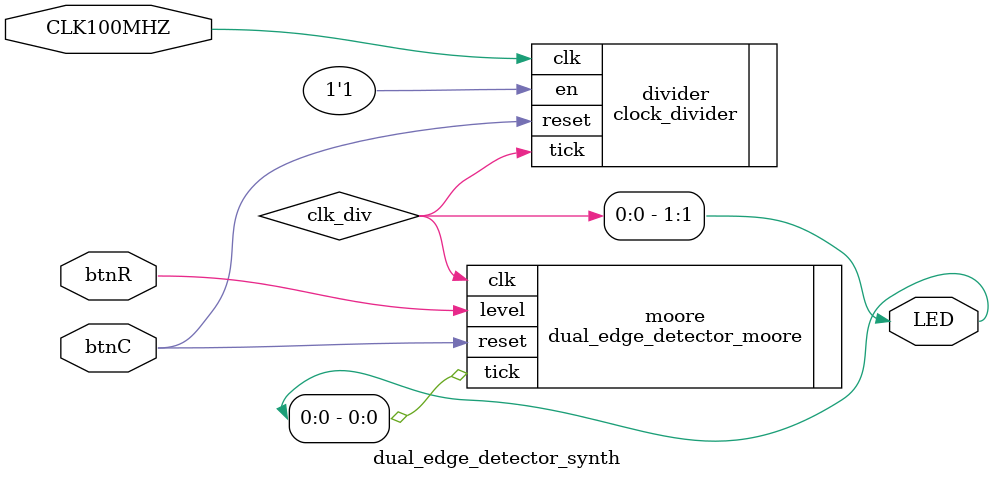
<source format=v>
`timescale 1ns / 1ps


module dual_edge_detector_synth(
    input CLK100MHZ,
    input btnC, btnR, 
    output [15:0] LED
    );
    
    wire clk_div;
    
    clock_divider #(.DVSR(100000000))divider(.clk(CLK100MHZ), .reset(btnC), .en(1'b1), .tick(clk_div));
    
    assign LED[1] = clk_div;
    
    dual_edge_detector_moore moore(.clk(clk_div), .reset(btnC), .level(btnR), .tick(LED[0]));
    
endmodule

</source>
